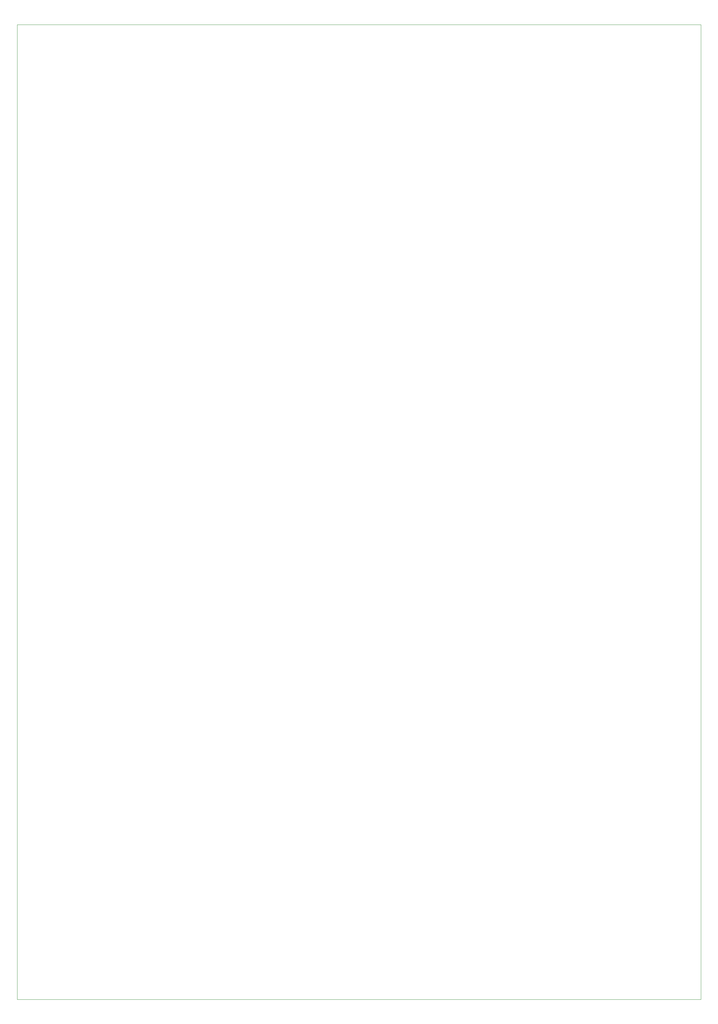
<source format=gm1>
%TF.GenerationSoftware,KiCad,Pcbnew,5.1.7-a382d34a8~87~ubuntu18.04.1*%
%TF.CreationDate,2020-11-04T09:33:25+02:00*%
%TF.ProjectId,panel,70616e65-6c2e-46b6-9963-61645f706362,Rev. A*%
%TF.SameCoordinates,Original*%
%TF.FileFunction,Profile,NP*%
%FSLAX46Y46*%
G04 Gerber Fmt 4.6, Leading zero omitted, Abs format (unit mm)*
G04 Created by KiCad (PCBNEW 5.1.7-a382d34a8~87~ubuntu18.04.1) date 2020-11-04 09:33:25*
%MOMM*%
%LPD*%
G01*
G04 APERTURE LIST*
%TA.AperFunction,Profile*%
%ADD10C,0.050000*%
%TD*%
G04 APERTURE END LIST*
D10*
X256250000Y-277250000D02*
X77250000Y-277250000D01*
X77250000Y-277250000D02*
X77250000Y-22250000D01*
X256250000Y-22250000D02*
X256250000Y-277250000D01*
X77250000Y-22250000D02*
X256250000Y-22250000D01*
M02*

</source>
